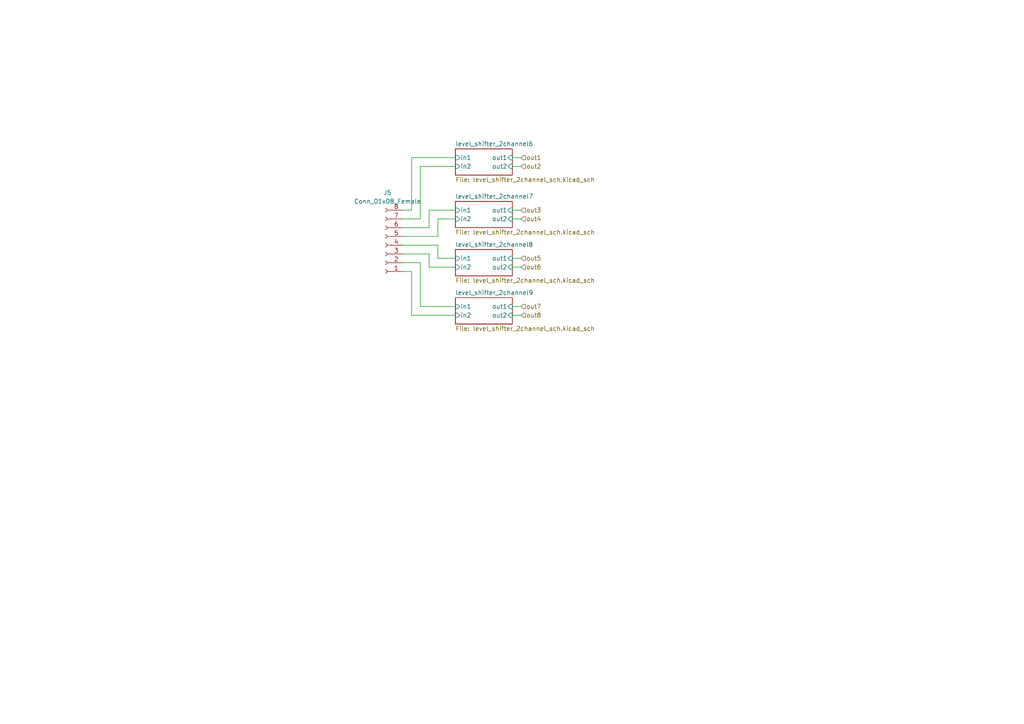
<source format=kicad_sch>
(kicad_sch (version 20211123) (generator eeschema)
  (paper "A4")
  (lib_symbols
    (symbol "Connector:Conn_01x08_Female" (pin_names (offset 1.016) hide)
      (property "Reference" "J" (at 0 10.16 0))
      (property "Value" "Conn_01x08_Female" (at 0 -12.7 0))
      (symbol "Conn_01x08_Female_1_1"
        (arc (start 0 -9.652) (mid -0.508 -10.16) (end 0 -10.668) (stroke (width 0.1524)))
        (arc (start 0 -7.112) (mid -0.508 -7.62) (end 0 -8.128) (stroke (width 0.1524)))
        (arc (start 0 -4.572) (mid -0.508 -5.08) (end 0 -5.588) (stroke (width 0.1524)))
        (arc (start 0 -2.032) (mid -0.508 -2.54) (end 0 -3.048) (stroke (width 0.1524)))
        (polyline (pts (xy -1.27 -10.16) (xy -0.508 -10.16)) (stroke (width 0.1524)))
        (polyline (pts (xy -1.27 -7.62) (xy -0.508 -7.62)) (stroke (width 0.1524)))
        (polyline (pts (xy -1.27 -5.08) (xy -0.508 -5.08)) (stroke (width 0.1524)))
        (polyline (pts (xy -1.27 -2.54) (xy -0.508 -2.54)) (stroke (width 0.1524)))
        (polyline (pts (xy -1.27 0) (xy -0.508 0)) (stroke (width 0.1524)))
        (polyline (pts (xy -1.27 2.54) (xy -0.508 2.54)) (stroke (width 0.1524)))
        (polyline (pts (xy -1.27 5.08) (xy -0.508 5.08)) (stroke (width 0.1524)))
        (polyline (pts (xy -1.27 7.62) (xy -0.508 7.62)) (stroke (width 0.1524)))
        (arc (start 0 0.508) (mid -0.508 0) (end 0 -0.508) (stroke (width 0.1524)))
        (arc (start 0 3.048) (mid -0.508 2.54) (end 0 2.032) (stroke (width 0.1524)))
        (arc (start 0 5.588) (mid -0.508 5.08) (end 0 4.572) (stroke (width 0.1524)))
        (arc (start 0 8.128) (mid -0.508 7.62) (end 0 7.112) (stroke (width 0.1524)))
        (pin passive line (at -5.08 7.62 0) (length 3.81) (name "Pin_1") (number "1"))
        (pin passive line (at -5.08 5.08 0) (length 3.81) (name "Pin_2") (number "2"))
        (pin passive line (at -5.08 2.54 0) (length 3.81) (name "Pin_3") (number "3"))
        (pin passive line (at -5.08 0 0) (length 3.81) (name "Pin_4") (number "4"))
        (pin passive line (at -5.08 -2.54 0) (length 3.81) (name "Pin_5") (number "5"))
        (pin passive line (at -5.08 -5.08 0) (length 3.81) (name "Pin_6") (number "6"))
        (pin passive line (at -5.08 -7.62 0) (length 3.81) (name "Pin_7") (number "7"))
        (pin passive line (at -5.08 -10.16 0) (length 3.81) (name "Pin_8") (number "8"))
      )
    )
  )
  (wire (pts (xy 124.46 66.04) (xy 116.84 66.04)))
  (wire (pts (xy 124.46 73.66) (xy 124.46 77.47)))
  (wire (pts (xy 132.08 88.9) (xy 121.92 88.9)))
  (wire (pts (xy 148.59 77.47) (xy 151.13 77.47)))
  (wire (pts (xy 119.38 60.96) (xy 116.84 60.96)))
  (wire (pts (xy 127 74.93) (xy 127 71.12)))
  (wire (pts (xy 127 63.5) (xy 132.08 63.5)))
  (wire (pts (xy 148.59 88.9) (xy 151.13 88.9)))
  (wire (pts (xy 148.59 45.72) (xy 151.13 45.72)))
  (wire (pts (xy 148.59 48.26) (xy 151.13 48.26)))
  (wire (pts (xy 127 71.12) (xy 116.84 71.12)))
  (wire (pts (xy 116.84 63.5) (xy 121.92 63.5)))
  (wire (pts (xy 116.84 78.74) (xy 119.38 78.74)))
  (wire (pts (xy 132.08 74.93) (xy 127 74.93)))
  (wire (pts (xy 121.92 63.5) (xy 121.92 48.26)))
  (wire (pts (xy 148.59 91.44) (xy 151.13 91.44)))
  (wire (pts (xy 116.84 68.58) (xy 127 68.58)))
  (wire (pts (xy 116.84 73.66) (xy 124.46 73.66)))
  (wire (pts (xy 119.38 45.72) (xy 119.38 60.96)))
  (wire (pts (xy 124.46 60.96) (xy 124.46 66.04)))
  (wire (pts (xy 121.92 48.26) (xy 132.08 48.26)))
  (wire (pts (xy 121.92 76.2) (xy 116.84 76.2)))
  (wire (pts (xy 121.92 88.9) (xy 121.92 76.2)))
  (wire (pts (xy 148.59 63.5) (xy 151.13 63.5)))
  (wire (pts (xy 132.08 60.96) (xy 124.46 60.96)))
  (wire (pts (xy 119.38 78.74) (xy 119.38 91.44)))
  (wire (pts (xy 119.38 91.44) (xy 132.08 91.44)))
  (wire (pts (xy 148.59 74.93) (xy 151.13 74.93)))
  (wire (pts (xy 124.46 77.47) (xy 132.08 77.47)))
  (wire (pts (xy 127 68.58) (xy 127 63.5)))
  (wire (pts (xy 132.08 45.72) (xy 119.38 45.72)))
  (wire (pts (xy 148.59 60.96) (xy 151.13 60.96)))
  (hierarchical_label "out6" (shape input) (at 151.13 77.47 0))
  (hierarchical_label "out3" (shape input) (at 151.13 60.96 0))
  (hierarchical_label "out1" (shape input) (at 151.13 45.72 0))
  (hierarchical_label "out7" (shape input) (at 151.13 88.9 0))
  (hierarchical_label "out4" (shape input) (at 151.13 63.5 0))
  (hierarchical_label "out8" (shape input) (at 151.13 91.44 0))
  (hierarchical_label "out2" (shape input) (at 151.13 48.26 0))
  (hierarchical_label "out5" (shape input) (at 151.13 74.93 0))
  (symbol (lib_id "Connector:Conn_01x08_Female") (at 111.76 71.12 180) (unit 1)
    (property "Reference" "J5" (at 112.395 55.88 0))
    (property "Value" "Conn_01x08_Female" (at 112.395 58.42 0))
    (property "Footprint" "Connector_PinSocket_2.54mm:PinSocket_1x08_P2.54mm_Vertical" (effects hide))
  )
  (sheet (at 132.08 72.39) (size 16.51 7.62) (stroke (width 0.1524))
    (property "Sheet name" "level_shifter_2channel8" (at 132.08 71.6784 0) (effects (justify left bottom)))
    (property "Sheet file" "level_shifter_2channel_sch.kicad_sch" (at 132.08 80.5946 0) (effects (justify left top)))
    (pin "out2" input (at 148.59 77.47 0))
    (pin "out1" input (at 148.59 74.93 0))
    (pin "in1" input (at 132.08 74.93 180))
    (pin "in2" input (at 132.08 77.47 180))
  )
  (sheet (at 132.08 43.18) (size 16.51 7.62) (stroke (width 0.1524))
    (property "Sheet name" "level_shifter_2channel6" (at 132.08 42.4684 0) (effects (justify left bottom)))
    (property "Sheet file" "level_shifter_2channel_sch.kicad_sch" (at 132.08 51.3846 0) (effects (justify left top)))
    (pin "out2" input (at 148.59 48.26 0))
    (pin "out1" input (at 148.59 45.72 0))
    (pin "in1" input (at 132.08 45.72 180))
    (pin "in2" input (at 132.08 48.26 180))
  )
  (sheet (at 132.08 58.42) (size 16.51 7.62) (stroke (width 0.1524))
    (property "Sheet name" "level_shifter_2channel7" (at 132.08 57.7084 0) (effects (justify left bottom)))
    (property "Sheet file" "level_shifter_2channel_sch.kicad_sch" (at 132.08 66.6246 0) (effects (justify left top)))
    (pin "out2" input (at 148.59 63.5 0))
    (pin "out1" input (at 148.59 60.96 0))
    (pin "in1" input (at 132.08 60.96 180))
    (pin "in2" input (at 132.08 63.5 180))
  )
  (sheet (at 132.08 86.36) (size 16.51 7.62) (stroke (width 0.1524))
    (property "Sheet name" "level_shifter_2channel9" (at 132.08 85.6484 0) (effects (justify left bottom)))
    (property "Sheet file" "level_shifter_2channel_sch.kicad_sch" (at 132.08 94.5646 0) (effects (justify left top)))
    (pin "out2" input (at 148.59 91.44 0))
    (pin "out1" input (at 148.59 88.9 0))
    (pin "in1" input (at 132.08 88.9 180))
    (pin "in2" input (at 132.08 91.44 180))
  )
)
</source>
